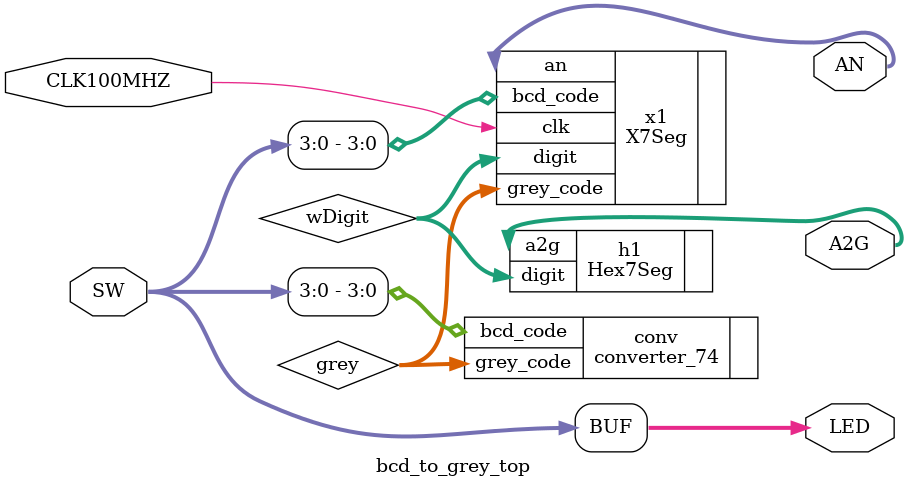
<source format=sv>
`timescale 1ns / 1ps


module bcd_to_grey_top(input logic CLK100MHZ,
                input logic [15:0] SW,
                output logic [15:0] LED,
                output logic [7:0] AN,
                output logic [6:0] A2G
                );
      
      logic [3:0] wDigit;
      logic [3:0] grey;
      
      assign LED = SW;
      
      converter_74 conv(.bcd_code(SW[3:0]),
                        .grey_code(grey));
      
      // 分时复用数码管显示
      X7Seg x1(.clk (CLK100MHZ),
               .bcd_code(SW[3:0]),
               .grey_code(grey),
               .digit(wDigit),
               .an (AN)
               );

      // 单个七段数码管显示
      Hex7Seg h1(.digit(wDigit), .a2g(A2G));
endmodule

</source>
